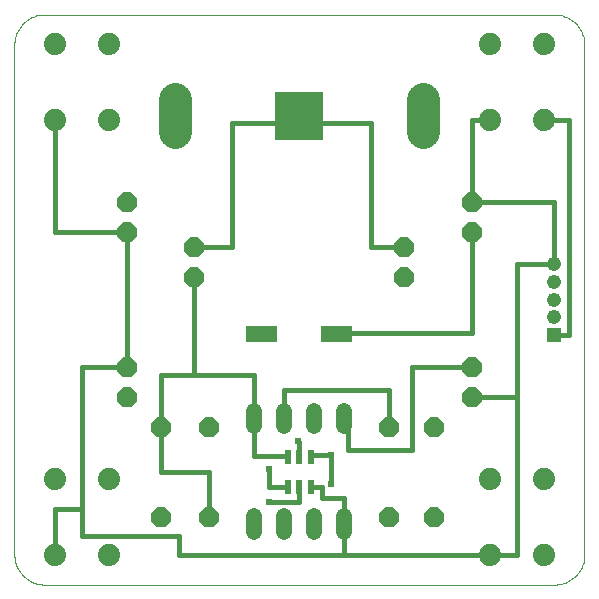
<source format=gtl>
G75*
G70*
%OFA0B0*%
%FSLAX24Y24*%
%IPPOS*%
%LPD*%
%AMOC8*
5,1,8,0,0,1.08239X$1,22.5*
%
%ADD10C,0.0010*%
%ADD11R,0.0217X0.0472*%
%ADD12OC8,0.0660*%
%ADD13C,0.1095*%
%ADD14R,0.1600X0.1600*%
%ADD15C,0.0740*%
%ADD16C,0.0520*%
%ADD17R,0.0476X0.0476*%
%ADD18C,0.0476*%
%ADD19R,0.0554X0.0554*%
%ADD20C,0.0240*%
%ADD21C,0.0160*%
%ADD22C,0.0120*%
D10*
X000131Y001111D02*
X000131Y018111D01*
X000133Y018171D01*
X000138Y018232D01*
X000147Y018291D01*
X000160Y018350D01*
X000176Y018409D01*
X000196Y018466D01*
X000219Y018521D01*
X000246Y018576D01*
X000275Y018628D01*
X000308Y018679D01*
X000344Y018728D01*
X000382Y018774D01*
X000424Y018818D01*
X000468Y018860D01*
X000514Y018898D01*
X000563Y018934D01*
X000614Y018967D01*
X000666Y018996D01*
X000721Y019023D01*
X000776Y019046D01*
X000833Y019066D01*
X000892Y019082D01*
X000951Y019095D01*
X001010Y019104D01*
X001071Y019109D01*
X001131Y019111D01*
X018131Y019111D01*
X018191Y019109D01*
X018252Y019104D01*
X018311Y019095D01*
X018370Y019082D01*
X018429Y019066D01*
X018486Y019046D01*
X018541Y019023D01*
X018596Y018996D01*
X018648Y018967D01*
X018699Y018934D01*
X018748Y018898D01*
X018794Y018860D01*
X018838Y018818D01*
X018880Y018774D01*
X018918Y018728D01*
X018954Y018679D01*
X018987Y018628D01*
X019016Y018576D01*
X019043Y018521D01*
X019066Y018466D01*
X019086Y018409D01*
X019102Y018350D01*
X019115Y018291D01*
X019124Y018232D01*
X019129Y018171D01*
X019131Y018111D01*
X019131Y001111D01*
X019129Y001051D01*
X019124Y000990D01*
X019115Y000931D01*
X019102Y000872D01*
X019086Y000813D01*
X019066Y000756D01*
X019043Y000701D01*
X019016Y000646D01*
X018987Y000594D01*
X018954Y000543D01*
X018918Y000494D01*
X018880Y000448D01*
X018838Y000404D01*
X018794Y000362D01*
X018748Y000324D01*
X018699Y000288D01*
X018648Y000255D01*
X018596Y000226D01*
X018541Y000199D01*
X018486Y000176D01*
X018429Y000156D01*
X018370Y000140D01*
X018311Y000127D01*
X018252Y000118D01*
X018191Y000113D01*
X018131Y000111D01*
X001131Y000111D01*
X001071Y000113D01*
X001010Y000118D01*
X000951Y000127D01*
X000892Y000140D01*
X000833Y000156D01*
X000776Y000176D01*
X000721Y000199D01*
X000666Y000226D01*
X000614Y000255D01*
X000563Y000288D01*
X000514Y000324D01*
X000468Y000362D01*
X000424Y000404D01*
X000382Y000448D01*
X000344Y000494D01*
X000308Y000543D01*
X000275Y000594D01*
X000246Y000646D01*
X000219Y000701D01*
X000196Y000756D01*
X000176Y000813D01*
X000160Y000872D01*
X000147Y000931D01*
X000138Y000990D01*
X000133Y001051D01*
X000131Y001111D01*
D11*
X009257Y003349D03*
X009631Y003349D03*
X010005Y003349D03*
X010005Y004373D03*
X009631Y004373D03*
X009257Y004373D03*
D12*
X006631Y005361D03*
X005006Y005361D03*
X003881Y006361D03*
X003881Y007361D03*
X006131Y010361D03*
X006131Y011361D03*
X003881Y011861D03*
X003881Y012861D03*
X012631Y005361D03*
X014131Y005361D03*
X015381Y006361D03*
X015381Y007361D03*
X013131Y010361D03*
X013131Y011361D03*
X015381Y011861D03*
X015381Y012861D03*
X014131Y002361D03*
X012631Y002361D03*
X006631Y002361D03*
X005006Y002361D03*
D13*
X005497Y015188D02*
X005497Y016283D01*
X013765Y016283D02*
X013765Y015188D01*
D14*
X009631Y015736D03*
D15*
X003271Y015581D03*
X001491Y015581D03*
X001491Y018141D03*
X003271Y018141D03*
X015991Y018141D03*
X017771Y018141D03*
X017771Y015581D03*
X015991Y015581D03*
X015991Y003641D03*
X017771Y003641D03*
X017771Y001081D03*
X015991Y001081D03*
X003271Y001081D03*
X001491Y001081D03*
X001491Y003641D03*
X003271Y003641D03*
D16*
X008131Y002384D02*
X008131Y001864D01*
X009131Y001864D02*
X009131Y002384D01*
X010131Y002384D02*
X010131Y001864D01*
X011131Y001864D02*
X011131Y002384D01*
X011131Y005384D02*
X011131Y005904D01*
X010131Y005904D02*
X010131Y005384D01*
X009131Y005384D02*
X009131Y005904D01*
X008131Y005904D02*
X008131Y005384D01*
D17*
X018131Y008430D03*
D18*
X018131Y009020D03*
X018131Y009611D03*
X018131Y010201D03*
X018131Y010792D03*
D19*
X011131Y008476D03*
X010631Y008476D03*
X008631Y008476D03*
X008131Y008476D03*
D20*
X009571Y004911D03*
X008611Y003951D03*
X008631Y002861D03*
X010691Y003471D03*
X010691Y004431D03*
D21*
X010691Y003471D01*
X010381Y003349D02*
X010381Y002986D01*
X011131Y002986D01*
X011131Y002384D01*
X011131Y001111D01*
X005631Y001111D01*
X005631Y001736D01*
X002371Y001736D01*
X002371Y002636D01*
X001491Y002636D01*
X001491Y001081D01*
X002371Y002636D02*
X002371Y007361D01*
X003881Y007361D01*
X003881Y011861D01*
X001491Y011861D01*
X001491Y015581D01*
X006131Y011361D02*
X007381Y011361D01*
X007381Y015506D01*
X009611Y015506D01*
X009631Y015736D01*
X009651Y015506D01*
X012006Y015506D01*
X012006Y011361D01*
X013131Y011361D01*
X015381Y011861D02*
X015381Y008486D01*
X010641Y008486D01*
X010631Y008476D01*
X009131Y006611D02*
X012631Y006611D01*
X012631Y005361D01*
X013381Y004611D02*
X013381Y007361D01*
X015381Y007361D01*
X015381Y006361D02*
X016881Y006361D01*
X016881Y010792D01*
X018131Y010792D01*
X018131Y012861D01*
X015381Y012861D01*
X015381Y015581D01*
X015991Y015581D01*
X017771Y015611D02*
X017771Y015581D01*
X017771Y015611D02*
X018631Y015611D01*
X018631Y008430D01*
X018131Y008430D01*
X016881Y006361D02*
X016881Y001111D01*
X015991Y001111D01*
X015991Y001081D01*
X015991Y001111D02*
X011131Y001111D01*
X009631Y002861D02*
X008631Y002861D01*
X008611Y003361D02*
X008611Y003951D01*
X008611Y003361D02*
X009231Y003361D01*
X009631Y003349D02*
X009631Y002861D01*
X010005Y003349D02*
X010381Y003349D01*
X010005Y004373D02*
X010063Y004431D01*
X010691Y004431D01*
X011256Y004611D02*
X013381Y004611D01*
X011256Y004611D02*
X011256Y005384D01*
X011131Y005384D01*
X009631Y004851D02*
X009631Y004373D01*
X009631Y004851D02*
X009571Y004911D01*
X009231Y004411D02*
X008131Y004411D01*
X008131Y005384D01*
X008131Y007111D01*
X006131Y007111D01*
X005006Y007111D01*
X005006Y005361D01*
X005006Y003861D01*
X006631Y003861D01*
X006631Y002361D01*
X009131Y005384D02*
X009131Y006611D01*
X006131Y007111D02*
X006131Y010361D01*
D22*
X009281Y015086D02*
X009631Y015736D01*
X009231Y004411D02*
X009257Y004373D01*
X010005Y004373D02*
X010031Y004361D01*
X009257Y003349D02*
X009231Y003361D01*
M02*

</source>
